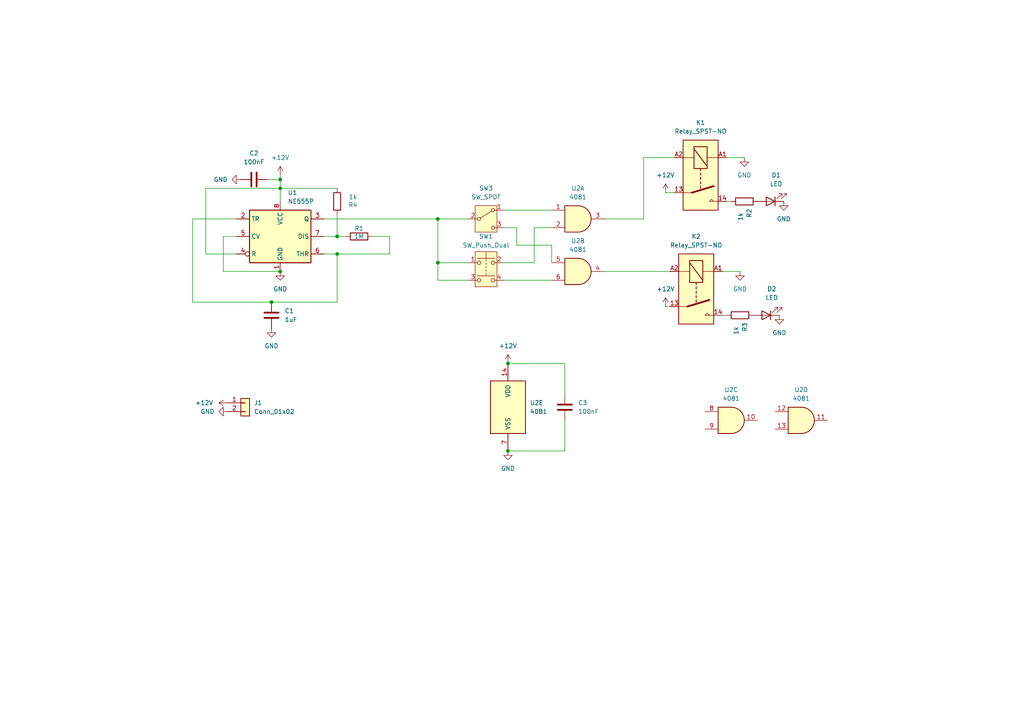
<source format=kicad_sch>
(kicad_sch (version 20231120) (generator "eeschema") (generator_version "8.0")
  (paper "A4")
  (lib_symbols
    (symbol "4xxx:4081" (pin_names (offset 1.016))
      (property "Reference" "U" (at 0 1.27 0))
      (property "Value" "4081" (at 0 -1.27 0))
      (symbol "4081_1_1"
        (arc (start 0 -3.81) (mid 3.7934 0) (end 0 3.81) (stroke (width 0.254)) (fill (type background)))
        (polyline (pts (xy 0 3.81) (xy -3.81 3.81) (xy -3.81 -3.81) (xy 0 -3.81)) (stroke (width 0.254)) (fill (type background)))
        (pin input line (at -7.62 2.54 0) (length 3.81) (name "~") (number "1"))
        (pin input line (at -7.62 -2.54 0) (length 3.81) (name "~") (number "2"))
        (pin output line (at 7.62 0 180) (length 3.81) (name "~") (number "3"))
      )
      (symbol "4081_1_2"
        (arc (start -3.81 -3.81) (mid -2.589 0) (end -3.81 3.81) (stroke (width 0.254)))
        (arc (start -0.6096 -3.81) (mid 2.1842 -2.5851) (end 3.81 0) (stroke (width 0.254)) (fill (type background)))
        (polyline (pts (xy -3.81 -3.81) (xy -0.635 -3.81)) (stroke (width 0.254)) (fill (type background)))
        (polyline (pts (xy -3.81 3.81) (xy -0.635 3.81)) (stroke (width 0.254)) (fill (type background)))
        (polyline (pts (xy -0.635 3.81) (xy -3.81 3.81) (xy -3.81 3.81) (xy -3.556 3.4036) (xy -3.0226 2.2606) (xy -2.6924 1.0414) (xy -2.6162 -0.254) (xy -2.7686 -1.4986) (xy -3.175 -2.7178) (xy -3.81 -3.81) (xy -3.81 -3.81) (xy -0.635 -3.81)) (stroke (width -25.4)) (fill (type background)))
        (arc (start 3.81 0) (mid 2.1915 2.5936) (end -0.6096 3.81) (stroke (width 0.254)) (fill (type background)))
        (pin input inverted (at -7.62 2.54 0) (length 4.318) (name "~") (number "1"))
        (pin input inverted (at -7.62 -2.54 0) (length 4.318) (name "~") (number "2"))
        (pin output inverted (at 7.62 0 180) (length 3.81) (name "~") (number "3"))
      )
      (symbol "4081_2_1"
        (arc (start 0 -3.81) (mid 3.7934 0) (end 0 3.81) (stroke (width 0.254)) (fill (type background)))
        (polyline (pts (xy 0 3.81) (xy -3.81 3.81) (xy -3.81 -3.81) (xy 0 -3.81)) (stroke (width 0.254)) (fill (type background)))
        (pin output line (at 7.62 0 180) (length 3.81) (name "~") (number "4"))
        (pin input line (at -7.62 2.54 0) (length 3.81) (name "~") (number "5"))
        (pin input line (at -7.62 -2.54 0) (length 3.81) (name "~") (number "6"))
      )
      (symbol "4081_2_2"
        (arc (start -3.81 -3.81) (mid -2.589 0) (end -3.81 3.81) (stroke (width 0.254)))
        (arc (start -0.6096 -3.81) (mid 2.1842 -2.5851) (end 3.81 0) (stroke (width 0.254)) (fill (type background)))
        (polyline (pts (xy -3.81 -3.81) (xy -0.635 -3.81)) (stroke (width 0.254)) (fill (type background)))
        (polyline (pts (xy -3.81 3.81) (xy -0.635 3.81)) (stroke (width 0.254)) (fill (type background)))
        (polyline (pts (xy -0.635 3.81) (xy -3.81 3.81) (xy -3.81 3.81) (xy -3.556 3.4036) (xy -3.0226 2.2606) (xy -2.6924 1.0414) (xy -2.6162 -0.254) (xy -2.7686 -1.4986) (xy -3.175 -2.7178) (xy -3.81 -3.81) (xy -3.81 -3.81) (xy -0.635 -3.81)) (stroke (width -25.4)) (fill (type background)))
        (arc (start 3.81 0) (mid 2.1915 2.5936) (end -0.6096 3.81) (stroke (width 0.254)) (fill (type background)))
        (pin output inverted (at 7.62 0 180) (length 3.81) (name "~") (number "4"))
        (pin input inverted (at -7.62 2.54 0) (length 4.318) (name "~") (number "5"))
        (pin input inverted (at -7.62 -2.54 0) (length 4.318) (name "~") (number "6"))
      )
      (symbol "4081_3_1"
        (arc (start 0 -3.81) (mid 3.7934 0) (end 0 3.81) (stroke (width 0.254)) (fill (type background)))
        (polyline (pts (xy 0 3.81) (xy -3.81 3.81) (xy -3.81 -3.81) (xy 0 -3.81)) (stroke (width 0.254)) (fill (type background)))
        (pin output line (at 7.62 0 180) (length 3.81) (name "~") (number "10"))
        (pin input line (at -7.62 2.54 0) (length 3.81) (name "~") (number "8"))
        (pin input line (at -7.62 -2.54 0) (length 3.81) (name "~") (number "9"))
      )
      (symbol "4081_3_2"
        (arc (start -3.81 -3.81) (mid -2.589 0) (end -3.81 3.81) (stroke (width 0.254)))
        (arc (start -0.6096 -3.81) (mid 2.1842 -2.5851) (end 3.81 0) (stroke (width 0.254)) (fill (type background)))
        (polyline (pts (xy -3.81 -3.81) (xy -0.635 -3.81)) (stroke (width 0.254)) (fill (type background)))
        (polyline (pts (xy -3.81 3.81) (xy -0.635 3.81)) (stroke (width 0.254)) (fill (type background)))
        (polyline (pts (xy -0.635 3.81) (xy -3.81 3.81) (xy -3.81 3.81) (xy -3.556 3.4036) (xy -3.0226 2.2606) (xy -2.6924 1.0414) (xy -2.6162 -0.254) (xy -2.7686 -1.4986) (xy -3.175 -2.7178) (xy -3.81 -3.81) (xy -3.81 -3.81) (xy -0.635 -3.81)) (stroke (width -25.4)) (fill (type background)))
        (arc (start 3.81 0) (mid 2.1915 2.5936) (end -0.6096 3.81) (stroke (width 0.254)) (fill (type background)))
        (pin output inverted (at 7.62 0 180) (length 3.81) (name "~") (number "10"))
        (pin input inverted (at -7.62 2.54 0) (length 4.318) (name "~") (number "8"))
        (pin input inverted (at -7.62 -2.54 0) (length 4.318) (name "~") (number "9"))
      )
      (symbol "4081_4_1"
        (arc (start 0 -3.81) (mid 3.7934 0) (end 0 3.81) (stroke (width 0.254)) (fill (type background)))
        (polyline (pts (xy 0 3.81) (xy -3.81 3.81) (xy -3.81 -3.81) (xy 0 -3.81)) (stroke (width 0.254)) (fill (type background)))
        (pin output line (at 7.62 0 180) (length 3.81) (name "~") (number "11"))
        (pin input line (at -7.62 2.54 0) (length 3.81) (name "~") (number "12"))
        (pin input line (at -7.62 -2.54 0) (length 3.81) (name "~") (number "13"))
      )
      (symbol "4081_4_2"
        (arc (start -3.81 -3.81) (mid -2.589 0) (end -3.81 3.81) (stroke (width 0.254)))
        (arc (start -0.6096 -3.81) (mid 2.1842 -2.5851) (end 3.81 0) (stroke (width 0.254)) (fill (type background)))
        (polyline (pts (xy -3.81 -3.81) (xy -0.635 -3.81)) (stroke (width 0.254)) (fill (type background)))
        (polyline (pts (xy -3.81 3.81) (xy -0.635 3.81)) (stroke (width 0.254)) (fill (type background)))
        (polyline (pts (xy -0.635 3.81) (xy -3.81 3.81) (xy -3.81 3.81) (xy -3.556 3.4036) (xy -3.0226 2.2606) (xy -2.6924 1.0414) (xy -2.6162 -0.254) (xy -2.7686 -1.4986) (xy -3.175 -2.7178) (xy -3.81 -3.81) (xy -3.81 -3.81) (xy -0.635 -3.81)) (stroke (width -25.4)) (fill (type background)))
        (arc (start 3.81 0) (mid 2.1915 2.5936) (end -0.6096 3.81) (stroke (width 0.254)) (fill (type background)))
        (pin output inverted (at 7.62 0 180) (length 3.81) (name "~") (number "11"))
        (pin input inverted (at -7.62 2.54 0) (length 4.318) (name "~") (number "12"))
        (pin input inverted (at -7.62 -2.54 0) (length 4.318) (name "~") (number "13"))
      )
      (symbol "4081_5_0"
        (pin power_in line (at 0 12.7 270) (length 5.08) (name "VDD") (number "14"))
        (pin power_in line (at 0 -12.7 90) (length 5.08) (name "VSS") (number "7"))
      )
      (symbol "4081_5_1"
        (rectangle (start -5.08 7.62) (end 5.08 -7.62) (stroke (width 0.254)) (fill (type background)))
      )
    )
    (symbol "Connector_Generic:Conn_01x02" (pin_names (offset 1.016) hide)
      (property "Reference" "J" (at 0 2.54 0))
      (property "Value" "Conn_01x02" (at 0 -5.08 0))
      (symbol "Conn_01x02_1_1"
        (rectangle (start -1.27 -2.413) (end 0 -2.667) (stroke (width 0.1524)))
        (rectangle (start -1.27 0.127) (end 0 -0.127) (stroke (width 0.1524)))
        (rectangle (start -1.27 1.27) (end 1.27 -3.81) (stroke (width 0.254)) (fill (type background)))
        (pin passive line (at -5.08 0 0) (length 3.81) (name "Pin_1") (number "1"))
        (pin passive line (at -5.08 -2.54 0) (length 3.81) (name "Pin_2") (number "2"))
      )
    )
    (symbol "Device:C" (pin_numbers hide) (pin_names (offset 0.254))
      (property "Reference" "C" (at 0.635 2.54 0))
      (property "Value" "C" (at 0.635 -2.54 0))
      (symbol "C_0_1"
        (polyline (pts (xy -2.032 -0.762) (xy 2.032 -0.762)) (stroke (width 0.508)))
        (polyline (pts (xy -2.032 0.762) (xy 2.032 0.762)) (stroke (width 0.508)))
      )
      (symbol "C_1_1"
        (pin passive line (at 0 3.81 270) (length 2.794) (name "~") (number "1"))
        (pin passive line (at 0 -3.81 90) (length 2.794) (name "~") (number "2"))
      )
    )
    (symbol "Device:LED" (pin_numbers hide) (pin_names (offset 1.016) hide)
      (property "Reference" "D" (at 0 2.54 0))
      (property "Value" "LED" (at 0 -2.54 0))
      (symbol "LED_0_1"
        (polyline (pts (xy -1.27 -1.27) (xy -1.27 1.27)) (stroke (width 0.254)))
        (polyline (pts (xy -1.27 0) (xy 1.27 0)))
        (polyline (pts (xy 1.27 -1.27) (xy 1.27 1.27) (xy -1.27 0) (xy 1.27 -1.27)) (stroke (width 0.254)))
        (polyline (pts (xy -3.048 -0.762) (xy -4.572 -2.286) (xy -3.81 -2.286) (xy -4.572 -2.286) (xy -4.572 -1.524)))
        (polyline (pts (xy -1.778 -0.762) (xy -3.302 -2.286) (xy -2.54 -2.286) (xy -3.302 -2.286) (xy -3.302 -1.524)))
      )
      (symbol "LED_1_1"
        (pin passive line (at -3.81 0 0) (length 2.54) (name "K") (number "1"))
        (pin passive line (at 3.81 0 180) (length 2.54) (name "A") (number "2"))
      )
    )
    (symbol "Device:R" (pin_numbers hide) (pin_names (offset 0))
      (property "Reference" "R" (at 2.032 0 90))
      (property "Value" "R" (at 0 0 90))
      (symbol "R_0_1"
        (rectangle (start -1.016 -2.54) (end 1.016 2.54) (stroke (width 0.254)))
      )
      (symbol "R_1_1"
        (pin passive line (at 0 3.81 270) (length 1.27) (name "~") (number "1"))
        (pin passive line (at 0 -3.81 90) (length 1.27) (name "~") (number "2"))
      )
    )
    (symbol "Relay:Relay_SPST-NO"
      (property "Reference" "K" (at 11.43 3.81 0))
      (property "Value" "Relay_SPST-NO" (at 11.43 1.27 0))
      (symbol "Relay_SPST-NO_0_0"
        (polyline (pts (xy 7.62 5.08) (xy 7.62 2.54) (xy 6.985 3.175) (xy 7.62 3.81)))
      )
      (symbol "Relay_SPST-NO_0_1"
        (rectangle (start -10.16 5.08) (end 10.16 -5.08) (stroke (width 0.254)) (fill (type background)))
        (rectangle (start -8.255 1.905) (end -1.905 -1.905) (stroke (width 0.254)))
        (polyline (pts (xy -7.62 -1.905) (xy -2.54 1.905)) (stroke (width 0.254)))
        (polyline (pts (xy -5.08 -5.08) (xy -5.08 -1.905)))
        (polyline (pts (xy -5.08 5.08) (xy -5.08 1.905)))
        (polyline (pts (xy -1.905 0) (xy -1.27 0)) (stroke (width 0.254)))
        (polyline (pts (xy -0.635 0) (xy 0 0)) (stroke (width 0.254)))
        (polyline (pts (xy 0.635 0) (xy 1.27 0)) (stroke (width 0.254)))
        (polyline (pts (xy 1.905 0) (xy 2.54 0)) (stroke (width 0.254)))
        (polyline (pts (xy 3.175 0) (xy 3.81 0)) (stroke (width 0.254)))
        (polyline (pts (xy 5.08 -2.54) (xy 3.175 3.81)) (stroke (width 0.508)))
        (polyline (pts (xy 5.08 -2.54) (xy 5.08 -5.08)))
      )
      (symbol "Relay_SPST-NO_1_1"
        (pin passive line (at 5.08 -7.62 90) (length 2.54) (name "~") (number "13"))
        (pin passive line (at 7.62 7.62 270) (length 2.54) (name "~") (number "14"))
        (pin passive line (at -5.08 7.62 270) (length 2.54) (name "~") (number "A1"))
        (pin passive line (at -5.08 -7.62 90) (length 2.54) (name "~") (number "A2"))
      )
    )
    (symbol "Switch:SW_Push_Dual" (pin_names (offset 1.016) hide)
      (property "Reference" "SW" (at 0 7.62 0))
      (property "Value" "SW_Push_Dual" (at 0 -6.35 0))
      (symbol "SW_Push_Dual_0_1"
        (circle (center -2.032 -2.54) (radius 0.508))
        (circle (center -2.032 2.54) (radius 0.508))
        (polyline (pts (xy 0 -0.508) (xy 0 -1.016)))
        (polyline (pts (xy 0 0.508) (xy 0 0)))
        (polyline (pts (xy 0 1.016) (xy 0 1.524)))
        (polyline (pts (xy 0 2.032) (xy 0 2.54)))
        (polyline (pts (xy 0 3.048) (xy 0 3.556)))
        (polyline (pts (xy 0 3.81) (xy 0 5.588)))
        (polyline (pts (xy 2.54 -1.27) (xy -2.54 -1.27)))
        (polyline (pts (xy 2.54 3.81) (xy -2.54 3.81)))
        (circle (center 2.032 -2.54) (radius 0.508))
        (circle (center 2.032 2.54) (radius 0.508))
        (pin passive line (at -5.08 2.54 0) (length 2.54) (name "1") (number "1"))
        (pin passive line (at 5.08 2.54 180) (length 2.54) (name "2") (number "2"))
        (pin passive line (at -5.08 -2.54 0) (length 2.54) (name "3") (number "3"))
        (pin passive line (at 5.08 -2.54 180) (length 2.54) (name "4") (number "4"))
      )
      (symbol "SW_Push_Dual_1_1"
        (rectangle (start -3.175 5.715) (end 3.175 -4.445) (fill (type background)))
      )
    )
    (symbol "Switch:SW_SPDT" (pin_names (offset 0) hide)
      (property "Reference" "SW" (at 0 5.08 0))
      (property "Value" "SW_SPDT" (at 0 -5.08 0))
      (symbol "SW_SPDT_0_1"
        (circle (center -2.032 0) (radius 0.4572))
        (polyline (pts (xy -1.651 0.254) (xy 1.651 2.286)))
        (circle (center 2.032 -2.54) (radius 0.4572))
        (circle (center 2.032 2.54) (radius 0.4572))
      )
      (symbol "SW_SPDT_1_1"
        (rectangle (start -3.175 3.81) (end 3.175 -3.81) (fill (type background)))
        (pin passive line (at 5.08 2.54 180) (length 2.54) (name "A") (number "1"))
        (pin passive line (at -5.08 0 0) (length 2.54) (name "B") (number "2"))
        (pin passive line (at 5.08 -2.54 180) (length 2.54) (name "C") (number "3"))
      )
    )
    (symbol "Timer:NE555P"
      (property "Reference" "U" (at -10.16 8.89 0))
      (property "Value" "NE555P" (at 2.54 8.89 0))
      (symbol "NE555P_0_0"
        (pin power_in line (at 0 -10.16 90) (length 2.54) (name "GND") (number "1"))
        (pin power_in line (at 0 10.16 270) (length 2.54) (name "VCC") (number "8"))
      )
      (symbol "NE555P_0_1"
        (rectangle (start -8.89 -7.62) (end 8.89 7.62) (stroke (width 0.254)) (fill (type background)))
        (rectangle (start -8.89 -7.62) (end 8.89 7.62) (stroke (width 0.254)) (fill (type background)))
      )
      (symbol "NE555P_1_1"
        (pin input line (at -12.7 5.08 0) (length 3.81) (name "TR") (number "2"))
        (pin output line (at 12.7 5.08 180) (length 3.81) (name "Q") (number "3"))
        (pin input inverted (at -12.7 -5.08 0) (length 3.81) (name "R") (number "4"))
        (pin input line (at -12.7 0 0) (length 3.81) (name "CV") (number "5"))
        (pin input line (at 12.7 -5.08 180) (length 3.81) (name "THR") (number "6"))
        (pin input line (at 12.7 0 180) (length 3.81) (name "DIS") (number "7"))
      )
    )
    (symbol "power:+12V" (power) (pin_numbers hide) (pin_names (offset 0) hide)
      (property "Value" "+12V" (at 0 3.556 0))
      (symbol "+12V_0_1"
        (polyline (pts (xy -0.762 1.27) (xy 0 2.54)))
        (polyline (pts (xy 0 0) (xy 0 2.54)))
        (polyline (pts (xy 0 2.54) (xy 0.762 1.27)))
      )
      (symbol "+12V_1_1"
        (pin power_in line (at 0 0 90) (length 0) (name "~") (number "1"))
      )
    )
    (symbol "power:GND" (power) (pin_numbers hide) (pin_names (offset 0) hide)
      (property "Value" "GND" (at 0 -3.81 0))
      (symbol "GND_0_1"
        (polyline (pts (xy 0 0) (xy 0 -1.27) (xy 1.27 -1.27) (xy 0 -2.54) (xy -1.27 -1.27) (xy 0 -1.27)))
      )
      (symbol "GND_1_1"
        (pin power_in line (at 0 0 270) (length 0) (name "~") (number "1"))
      )
    )
  )
  (junction (at 81.28 78.74))
  (junction (at 147.32 105.41))
  (junction (at 78.74 87.63))
  (junction (at 127 63.5))
  (junction (at 97.79 73.66))
  (junction (at 81.28 52.07))
  (junction (at 127 76.2))
  (junction (at 147.32 130.81))
  (junction (at 81.28 54.61))
  (junction (at 97.79 68.58))
  (wire (pts (xy 146.05 76.2) (xy 154.94 76.2)))
  (wire (pts (xy 147.32 130.81) (xy 163.83 130.81)))
  (wire (pts (xy 212.09 58.42) (xy 210.82 58.42)))
  (wire (pts (xy 154.94 76.2) (xy 154.94 66.04)))
  (wire (pts (xy 93.98 63.5) (xy 127 63.5)))
  (wire (pts (xy 77.47 52.07) (xy 81.28 52.07)))
  (wire (pts (xy 81.28 52.07) (xy 81.28 54.61)))
  (wire (pts (xy 194.31 88.9) (xy 193.04 88.9)))
  (wire (pts (xy 214.63 78.74) (xy 209.55 78.74)))
  (wire (pts (xy 113.03 68.58) (xy 113.03 73.66)))
  (wire (pts (xy 97.79 73.66) (xy 113.03 73.66)))
  (wire (pts (xy 97.79 87.63) (xy 97.79 73.66)))
  (wire (pts (xy 64.77 68.58) (xy 68.58 68.58)))
  (wire (pts (xy 163.83 130.81) (xy 163.83 121.92)))
  (wire (pts (xy 81.28 54.61) (xy 59.69 54.61)))
  (wire (pts (xy 59.69 73.66) (xy 68.58 73.66)))
  (wire (pts (xy 193.04 55.88) (xy 195.58 55.88)))
  (wire (pts (xy 93.98 68.58) (xy 97.79 68.58)))
  (wire (pts (xy 127 81.28) (xy 135.89 81.28)))
  (wire (pts (xy 215.9 45.72) (xy 210.82 45.72)))
  (wire (pts (xy 127 76.2) (xy 135.89 76.2)))
  (wire (pts (xy 127 63.5) (xy 127 76.2)))
  (wire (pts (xy 149.86 71.12) (xy 160.02 71.12)))
  (wire (pts (xy 55.88 63.5) (xy 55.88 87.63)))
  (wire (pts (xy 147.32 105.41) (xy 163.83 105.41)))
  (wire (pts (xy 175.26 63.5) (xy 186.69 63.5)))
  (wire (pts (xy 160.02 71.12) (xy 160.02 76.2)))
  (wire (pts (xy 81.28 54.61) (xy 97.79 54.61)))
  (wire (pts (xy 81.28 54.61) (xy 81.28 58.42)))
  (wire (pts (xy 163.83 105.41) (xy 163.83 114.3)))
  (wire (pts (xy 127 76.2) (xy 127 81.28)))
  (wire (pts (xy 93.98 73.66) (xy 97.79 73.66)))
  (wire (pts (xy 210.82 91.44) (xy 209.55 91.44)))
  (wire (pts (xy 78.74 87.63) (xy 97.79 87.63)))
  (wire (pts (xy 149.86 66.04) (xy 149.86 71.12)))
  (wire (pts (xy 113.03 68.58) (xy 107.95 68.58)))
  (wire (pts (xy 186.69 63.5) (xy 186.69 45.72)))
  (wire (pts (xy 146.05 81.28) (xy 160.02 81.28)))
  (wire (pts (xy 64.77 68.58) (xy 64.77 78.74)))
  (wire (pts (xy 127 63.5) (xy 135.89 63.5)))
  (wire (pts (xy 59.69 54.61) (xy 59.69 73.66)))
  (wire (pts (xy 146.05 66.04) (xy 149.86 66.04)))
  (wire (pts (xy 186.69 45.72) (xy 195.58 45.72)))
  (wire (pts (xy 64.77 78.74) (xy 81.28 78.74)))
  (wire (pts (xy 175.26 78.74) (xy 194.31 78.74)))
  (wire (pts (xy 97.79 68.58) (xy 100.33 68.58)))
  (wire (pts (xy 97.79 62.23) (xy 97.79 68.58)))
  (wire (pts (xy 154.94 66.04) (xy 160.02 66.04)))
  (wire (pts (xy 55.88 63.5) (xy 68.58 63.5)))
  (wire (pts (xy 55.88 87.63) (xy 78.74 87.63)))
  (wire (pts (xy 146.05 60.96) (xy 160.02 60.96)))
  (wire (pts (xy 81.28 50.8) (xy 81.28 52.07)))
  (symbol (lib_id "Timer:NE555P") (at 81.28 68.58 0) (unit 1)
    (property "Reference" "U1" (at 83.4741 55.88 0) (effects (justify left)))
    (property "Value" "NE555P" (at 83.4741 58.42 0) (effects (justify left)))
    (property "Footprint" "Package_DIP:DIP-8_W7.62mm" (effects (hide yes)))
    (property "Datasheet" "http://www.ti.com/lit/ds/symlink/ne555.pdf" (effects (hide yes)))
    (property "Description" "Precision Timers, 555 compatible,  PDIP-8" (effects (hide yes)))
  )
  (symbol (lib_id "Device:LED") (at 223.52 58.42 180) (unit 1)
    (property "Reference" "D1" (at 225.1075 50.8 0))
    (property "Value" "LED" (at 225.1075 53.34 0))
    (property "Footprint" "LED_SMD:LED_0805_2012Metric_Pad1.15x1.40mm_HandSolder" (effects (hide yes)))
    (property "Description" "Light emitting diode" (effects (hide yes)))
  )
  (symbol (lib_id "Device:LED") (at 222.25 91.44 180) (unit 1)
    (property "Reference" "D2" (at 223.8375 83.82 0))
    (property "Value" "LED" (at 223.8375 86.36 0))
    (property "Footprint" "LED_SMD:LED_0805_2012Metric_Pad1.15x1.40mm_HandSolder" (effects (hide yes)))
    (property "Description" "Light emitting diode" (effects (hide yes)))
  )
  (symbol (lib_id "Relay:Relay_SPST-NO") (at 201.93 83.82 270) (unit 1)
    (property "Reference" "K2" (at 201.93 68.58 90))
    (property "Value" "Relay_SPST-NO" (at 201.93 71.12 90))
    (property "Footprint" "Connector_JST:JST_XH_B4B-XH-A_1x04_P2.50mm_Vertical" (effects (hide yes)))
    (property "Description" "Relay SPST, Normally Open, EN50005" (effects (hide yes)))
  )
  (symbol (lib_id "power:GND") (at 147.32 130.81 0) (unit 1)
    (property "Reference" "#PWR012" (effects (hide yes)))
    (property "Value" "GND" (at 147.32 135.89 0))
    (property "Description" "Power symbol creates a global label with name \"GND\" , ground" (effects (hide yes)))
  )
  (symbol (lib_id "Device:C") (at 73.66 52.07 90) (unit 1)
    (property "Reference" "C2" (at 73.66 44.45 90))
    (property "Value" "100nF" (at 73.66 46.99 90))
    (property "Footprint" "Capacitor_SMD:C_0805_2012Metric_Pad1.18x1.45mm_HandSolder" (effects (hide yes)))
    (property "Description" "Unpolarized capacitor" (effects (hide yes)))
  )
  (symbol (lib_id "power:+12V") (at 81.28 50.8 0) (unit 1)
    (property "Reference" "#PWR01" (effects (hide yes)))
    (property "Value" "+12V" (at 81.28 45.72 0))
    (property "Description" "Power symbol creates a global label with name \"+12V\"" (effects (hide yes)))
  )
  (symbol (lib_id "power:+12V") (at 147.32 105.41 0) (unit 1)
    (property "Reference" "#PWR011" (effects (hide yes)))
    (property "Value" "+12V" (at 147.32 100.33 0))
    (property "Description" "Power symbol creates a global label with name \"+12V\"" (effects (hide yes)))
  )
  (symbol (lib_id "Switch:SW_SPDT") (at 140.97 63.5 0) (unit 1)
    (property "Reference" "SW3" (at 140.97 54.61 0))
    (property "Value" "SW_SPDT" (at 140.97 57.15 0))
    (property "Footprint" "Connector_JST:JST_XH_B3B-XH-A_1x03_P2.50mm_Vertical" (effects (hide yes)))
    (property "Description" "Switch, single pole double throw" (effects (hide yes)))
  )
  (symbol (lib_id "Device:C") (at 163.83 118.11 180) (unit 1)
    (property "Reference" "C3" (at 167.64 116.8399 0) (effects (justify right)))
    (property "Value" "100nF" (at 167.64 119.3799 0) (effects (justify right)))
    (property "Footprint" "Capacitor_SMD:C_0805_2012Metric_Pad1.18x1.45mm_HandSolder" (effects (hide yes)))
    (property "Description" "Unpolarized capacitor" (effects (hide yes)))
  )
  (symbol (lib_id "Device:R") (at 214.63 91.44 90) (unit 1)
    (property "Reference" "R3" (at 216.027 94.869 0))
    (property "Value" "1k" (at 213.487 95.885 0))
    (property "Footprint" "Resistor_THT:R_Axial_DIN0204_L3.6mm_D1.6mm_P5.08mm_Horizontal" (effects (hide yes)))
  )
  (symbol (lib_id "Connector_Generic:Conn_01x02") (at 71.12 116.84 0) (unit 1)
    (property "Reference" "J1" (at 73.66 116.8399 0) (effects (justify left)))
    (property "Value" "Conn_01x02" (at 73.66 119.3799 0) (effects (justify left)))
    (property "Footprint" "Connector_JST:JST_XH_B2B-XH-A_1x02_P2.50mm_Vertical" (effects (hide yes)))
    (property "Description" "Generic connector, single row, 01x02, script generated (kicad-library-utils/schlib/autogen/connector/)" (effects (hide yes)))
  )
  (symbol (lib_id "4xxx:4081") (at 212.09 121.92 0) (unit 3)
    (property "Reference" "U2" (at 212.0817 113.03 0))
    (property "Value" "4081" (at 212.0817 115.57 0))
    (property "Footprint" "Package_DIP:DIP-14_W7.62mm" (effects (hide yes)))
    (property "Datasheet" "http://www.intersil.com/content/dam/Intersil/documents/cd40/cd4073bms-81bms-82bms.pdf" (effects (hide yes)))
    (property "Description" "Quad And 2 inputs" (effects (hide yes)))
  )
  (symbol (lib_id "power:GND") (at 227.33 58.42 0) (unit 1)
    (property "Reference" "#PWR08" (effects (hide yes)))
    (property "Value" "GND" (at 227.33 63.5 0))
    (property "Description" "Power symbol creates a global label with name \"GND\" , ground" (effects (hide yes)))
  )
  (symbol (lib_id "Switch:SW_Push_Dual") (at 140.97 78.74 0) (unit 1)
    (property "Reference" "SW1" (at 140.97 68.58 0))
    (property "Value" "SW_Push_Dual" (at 140.97 71.12 0))
    (property "Footprint" "Connector_JST:JST_XH_B4B-XH-A_1x04_P2.50mm_Vertical" (effects (hide yes)))
    (property "Description" "Push button switch, generic, symbol, four pins" (effects (hide yes)))
  )
  (symbol (lib_id "Device:R") (at 215.9 58.42 90) (unit 1)
    (property "Reference" "R2" (at 217.297 61.849 0))
    (property "Value" "1k" (at 214.757 62.865 0))
    (property "Footprint" "Resistor_THT:R_Axial_DIN0204_L3.6mm_D1.6mm_P5.08mm_Horizontal" (effects (hide yes)))
  )
  (symbol (lib_id "4xxx:4081") (at 167.64 63.5 0) (unit 1)
    (property "Reference" "U2" (at 167.6317 54.61 0))
    (property "Value" "4081" (at 167.6317 57.15 0))
    (property "Footprint" "Package_DIP:DIP-14_W7.62mm" (effects (hide yes)))
    (property "Datasheet" "http://www.intersil.com/content/dam/Intersil/documents/cd40/cd4073bms-81bms-82bms.pdf" (effects (hide yes)))
    (property "Description" "Quad And 2 inputs" (effects (hide yes)))
  )
  (symbol (lib_id "4xxx:4081") (at 147.32 118.11 0) (unit 5)
    (property "Reference" "U2" (at 153.67 116.8399 0) (effects (justify left)))
    (property "Value" "4081" (at 153.67 119.3799 0) (effects (justify left)))
    (property "Footprint" "Package_DIP:DIP-14_W7.62mm" (effects (hide yes)))
    (property "Datasheet" "http://www.intersil.com/content/dam/Intersil/documents/cd40/cd4073bms-81bms-82bms.pdf" (effects (hide yes)))
    (property "Description" "Quad And 2 inputs" (effects (hide yes)))
  )
  (symbol (lib_id "Device:R") (at 104.14 68.58 270) (unit 1)
    (property "Reference" "R1" (at 104.14 66.294 90))
    (property "Value" "1M" (at 104.14 68.58 90))
    (property "Footprint" "Resistor_THT:R_Axial_DIN0204_L3.6mm_D1.6mm_P5.08mm_Horizontal" (effects (hide yes)))
    (property "Description" "Resistor" (effects (hide yes)))
  )
  (symbol (lib_id "power:+12V") (at 193.04 88.9 0) (unit 1)
    (property "Reference" "#PWR05" (effects (hide yes)))
    (property "Value" "+12V" (at 193.04 83.82 0))
    (property "Description" "Power symbol creates a global label with name \"+12V\"" (effects (hide yes)))
  )
  (symbol (lib_id "power:+12V") (at 66.04 116.84 90) (unit 1)
    (property "Reference" "#PWR013" (effects (hide yes)))
    (property "Value" "+12V" (at 61.8569 116.8399 90) (effects (justify left)))
    (property "Description" "Power symbol creates a global label with name \"+12V\"" (effects (hide yes)))
  )
  (symbol (lib_id "power:+12V") (at 193.04 55.88 0) (unit 1)
    (property "Reference" "#PWR04" (effects (hide yes)))
    (property "Value" "+12V" (at 193.04 50.8 0))
    (property "Description" "Power symbol creates a global label with name \"+12V\"" (effects (hide yes)))
  )
  (symbol (lib_id "power:GND") (at 78.74 95.25 0) (unit 1)
    (property "Reference" "#PWR03" (effects (hide yes)))
    (property "Value" "GND" (at 78.74 100.33 0))
    (property "Description" "Power symbol creates a global label with name \"GND\" , ground" (effects (hide yes)))
  )
  (symbol (lib_id "power:GND") (at 81.28 78.74 0) (unit 1)
    (property "Reference" "#PWR02" (effects (hide yes)))
    (property "Value" "GND" (at 81.28 83.82 0))
    (property "Description" "Power symbol creates a global label with name \"GND\" , ground" (effects (hide yes)))
  )
  (symbol (lib_id "power:GND") (at 66.04 119.38 270) (unit 1)
    (property "Reference" "#PWR014" (effects (hide yes)))
    (property "Value" "GND" (at 62.23 119.3799 90) (effects (justify right)))
    (property "Description" "Power symbol creates a global label with name \"GND\" , ground" (effects (hide yes)))
  )
  (symbol (lib_id "4xxx:4081") (at 232.41 121.92 0) (unit 4)
    (property "Reference" "U2" (at 232.4017 113.03 0))
    (property "Value" "4081" (at 232.4017 115.57 0))
    (property "Footprint" "Package_DIP:DIP-14_W7.62mm" (effects (hide yes)))
    (property "Datasheet" "http://www.intersil.com/content/dam/Intersil/documents/cd40/cd4073bms-81bms-82bms.pdf" (effects (hide yes)))
    (property "Description" "Quad And 2 inputs" (effects (hide yes)))
  )
  (symbol (lib_id "Device:R") (at 97.79 58.42 0) (unit 1)
    (property "Reference" "R4" (at 102.362 59.436 0))
    (property "Value" "1k" (at 102.362 57.15 0))
    (property "Footprint" "Resistor_THT:R_Axial_DIN0204_L3.6mm_D1.6mm_P5.08mm_Horizontal" (effects (hide yes)))
    (property "Description" "Resistor" (effects (hide yes)))
  )
  (symbol (lib_id "4xxx:4081") (at 167.64 78.74 0) (unit 2)
    (property "Reference" "U2" (at 167.6317 69.85 0))
    (property "Value" "4081" (at 167.6317 72.39 0))
    (property "Footprint" "Package_DIP:DIP-14_W7.62mm" (effects (hide yes)))
    (property "Datasheet" "http://www.intersil.com/content/dam/Intersil/documents/cd40/cd4073bms-81bms-82bms.pdf" (effects (hide yes)))
    (property "Description" "Quad And 2 inputs" (effects (hide yes)))
  )
  (symbol (lib_id "power:GND") (at 214.63 78.74 0) (unit 1)
    (property "Reference" "#PWR06" (effects (hide yes)))
    (property "Value" "GND" (at 214.63 83.82 0))
    (property "Description" "Power symbol creates a global label with name \"GND\" , ground" (effects (hide yes)))
  )
  (symbol (lib_id "Relay:Relay_SPST-NO") (at 203.2 50.8 270) (unit 1)
    (property "Reference" "K1" (at 203.2 35.56 90))
    (property "Value" "Relay_SPST-NO" (at 203.2 38.1 90))
    (property "Footprint" "Connector_JST:JST_XH_B4B-XH-A_1x04_P2.50mm_Vertical" (effects (hide yes)))
    (property "Description" "Relay SPST, Normally Open, EN50005" (effects (hide yes)))
  )
  (symbol (lib_id "power:GND") (at 69.85 52.07 270) (unit 1)
    (property "Reference" "#PWR010" (effects (hide yes)))
    (property "Value" "GND" (at 66.04 52.0699 90) (effects (justify right)))
    (property "Description" "Power symbol creates a global label with name \"GND\" , ground" (effects (hide yes)))
  )
  (symbol (lib_id "power:GND") (at 226.06 91.44 0) (unit 1)
    (property "Reference" "#PWR09" (effects (hide yes)))
    (property "Value" "GND" (at 226.06 96.52 0))
    (property "Description" "Power symbol creates a global label with name \"GND\" , ground" (effects (hide yes)))
  )
  (symbol (lib_id "Device:C") (at 78.74 91.44 0) (unit 1)
    (property "Reference" "C1" (at 82.55 90.1699 0) (effects (justify left)))
    (property "Value" "1uF" (at 82.55 92.7099 0) (effects (justify left)))
    (property "Footprint" "Capacitor_SMD:C_0805_2012Metric_Pad1.18x1.45mm_HandSolder" (effects (hide yes)))
    (property "Description" "Unpolarized capacitor" (effects (hide yes)))
  )
  (symbol (lib_id "power:GND") (at 215.9 45.72 0) (unit 1)
    (property "Reference" "#PWR07" (effects (hide yes)))
    (property "Value" "GND" (at 215.9 50.8 0))
    (property "Description" "Power symbol creates a global label with name \"GND\" , ground" (effects (hide yes)))
  )
)
</source>
